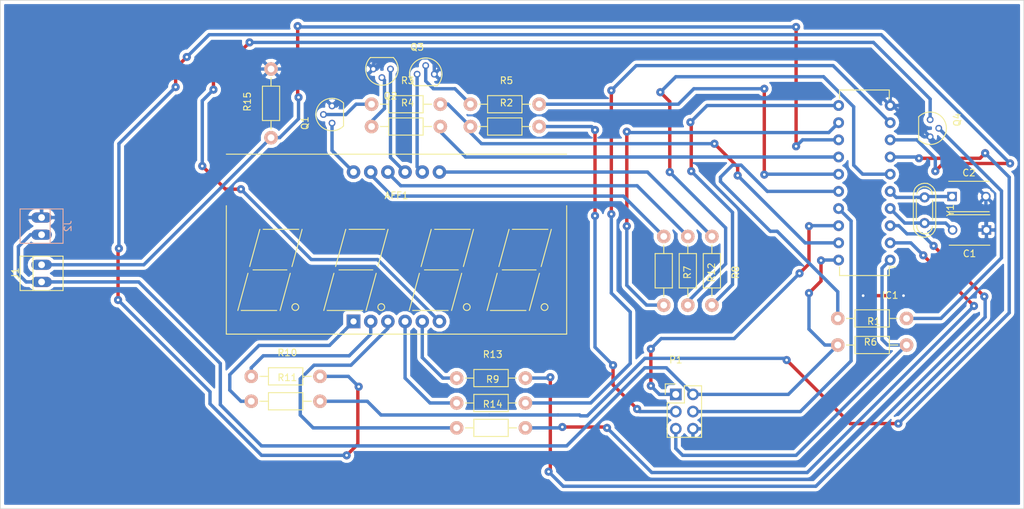
<source format=kicad_pcb>
(kicad_pcb (version 20211014) (generator pcbnew)
  (layers (0 "F.Cu" signal) (31 "B.Cu" signal) (34 "B.Paste" user) (35 "F.Paste" user) (36 "B.SilkS" user "B.Silkscreen") (37 "F.SilkS" user "F.Silkscreen") (38 "B.Mask" user) (39 "F.Mask" user) (44 "Edge.Cuts" user))
  (net 0 "")
  (net 1 "Net-(AFF1-Pad1)")
  (net 2 "Net-(AFF1-Pad2)")
  (net 3 "Net-(AFF1-Pad3)")
  (net 4 "Net-(AFF1-Pad4)")
  (net 5 "Net-(AFF1-Pad5)")
  (net 6 "Net-(AFF1-Pad6)")
  (net 7 "Net-(AFF1-Pad9)")
  (net 8 "Net-(AFF1-Pad8)")
  (net 9 "Net-(AFF1-Pad12)")
  (net 10 "Net-(AFF1-Pad11)")
  (net 11 "Net-(AFF1-Pad7)")
  (net 12 "Net-(AFF1-Pad10)")
  (net 13 "GND")
  (net 14 "Net-(C1-Pad2)")
  (net 15 "Net-(C2-Pad1)")
  (net 16 "Net-(IC1-Pad1)")
  (net 17 "Net-(IC1-Pad2)")
  (net 18 "Net-(IC1-Pad3)")
  (net 19 "Net-(IC1-Pad6)")
  (net 20 "Net-(IC1-Pad7)")
  (net 21 "Net-(IC1-Pad8)")
  (net 22 "Net-(IC1-Pad9)")
  (net 23 "Net-(IC1-Pad11)")
  (net 24 "Net-(IC1-Pad12)")
  (net 25 "Net-(IC1-Pad13)")
  (net 26 "Net-(IC1-Pad14)")
  (net 27 "Net-(IC1-Pad15)")
  (net 28 "Net-(IC1-Pad16)")
  (net 29 "Net-(IC1-Pad17)")
  (net 30 "Net-(IC1-Pad18)")
  (net 31 "Net-(IC1-Pad19)")
  (net 32 "VCC")
  (net 33 "Net-(P1-Pad3)")
  (net 34 "Net-(Q1-Pad2)")
  (net 35 "Net-(Q2-Pad2)")
  (net 36 "Net-(Q3-Pad2)")
  (net 37 "Net-(Q4-Pad2)")
  (footprint "Displays_7-Segment:Big-Cx56-12" (layer "F.Cu") (at 147.701 92.202)
    (fp_text reference "AFF1" (at 6.35 -18.62) (layer "F.SilkS"))
    (fp_text value "CC56-12")
    (pad "1" thru_hole rect locked (at 0 0) (size 2.032 2.032) (drill 0.9144) (layers *.Cu *.Mask) (net 1 "Net-(AFF1-Pad1)"))
    (pad "2" thru_hole circle locked (at 2.54 0) (size 2 2) (drill 1) (layers *.Cu *.Mask) (net 2 "Net-(AFF1-Pad2)"))
    (pad "3" thru_hole circle locked (at 5.08 0) (size 2 2) (drill 1) (layers *.Cu *.Mask) (net 3 "Net-(AFF1-Pad3)"))
    (pad "4" thru_hole circle locked (at 7.62 0) (size 2 2) (drill 1) (layers *.Cu *.Mask) (net 4 "Net-(AFF1-Pad4)"))
    (pad "5" thru_hole circle locked (at 10.16 0) (size 2 2) (drill 1) (layers *.Cu *.Mask) (net 5 "Net-(AFF1-Pad5)"))
    (pad "6" thru_hole circle locked (at 12.7 0) (size 2 2) (drill 1) (layers *.Cu *.Mask) (net 6 "Net-(AFF1-Pad6)"))
    (pad "7" thru_hole circle locked (at 12.7 -22.098) (size 2 2) (drill 1) (layers *.Cu *.Mask) (net 11 "Net-(AFF1-Pad7)"))
    (pad "8" thru_hole circle locked (at 10.16 -22.098) (size 2 2) (drill 1) (layers *.Cu *.Mask) (net 8 "Net-(AFF1-Pad8)"))
    (pad "9" thru_hole circle locked (at 7.62 -22.098) (size 2 2) (drill 1) (layers *.Cu *.Mask) (net 7 "Net-(AFF1-Pad9)"))
    (pad "10" thru_hole circle locked (at 5.08 -22.098) (size 2 2) (drill 1) (layers *.Cu *.Mask) (net 12 "Net-(AFF1-Pad10)"))
    (pad "11" thru_hole circle locked (at 2.54 -22.098) (size 2 2) (drill 1) (layers *.Cu *.Mask) (net 10 "Net-(AFF1-Pad11)"))
    (pad "12" thru_hole circle locked (at 0 -22.098) (size 2 2) (drill 1) (layers *.Cu *.Mask) (net 9 "Net-(AFF1-Pad12)"))
  )
  (footprint "Capacitors_THT:C_Disc_D6_P5" (layer "F.Cu") (at 241.2365 78.6765 180)
    (fp_text reference "C1" (at 2.5 -3.5 180) (layer "F.SilkS"))
    (fp_text value "22p")
    (pad "1" thru_hole rect locked (at 0 0 180) (size 1.4 1.4) (drill 0.9) (layers *.Cu *.Mask) (net 13 "GND"))
    (pad "2" thru_hole circle locked (at 5 0 180) (size 1.4 1.4) (drill 0.9) (layers *.Cu *.Mask) (net 14 "Net-(C1-Pad2)"))
  )
  (footprint "Capacitors_THT:C_Disc_D6_P5" (layer "F.Cu") (at 236.1565 73.7235)
    (fp_text reference "C2" (at 2.5 -3.5) (layer "F.SilkS"))
    (fp_text value "22p")
    (pad "1" thru_hole rect locked (at 0 0) (size 1.4 1.4) (drill 0.9) (layers *.Cu *.Mask) (net 15 "Net-(C2-Pad1)"))
    (pad "2" thru_hole circle locked (at 5 0) (size 1.4 1.4) (drill 0.9) (layers *.Cu *.Mask) (net 13 "GND"))
  )
  (footprint "Housings_DIP:DIP-20_W7.62mm" (layer "F.Cu") (at 227.0125 83.1215 180)
    (fp_text reference "IC1" (at 0 -5.22 180) (layer "F.SilkS"))
    (fp_text value "ATTINY2313-P")
    (pad "1" thru_hole oval locked (at 0 0 180) (size 1.6 1.6) (drill 0.8) (layers *.Cu *.Mask) (net 16 "Net-(IC1-Pad1)"))
    (pad "2" thru_hole oval locked (at 0 2.54 180) (size 1.6 1.6) (drill 0.8) (layers *.Cu *.Mask) (net 17 "Net-(IC1-Pad2)"))
    (pad "3" thru_hole oval locked (at 0 5.08 180) (size 1.6 1.6) (drill 0.8) (layers *.Cu *.Mask) (net 18 "Net-(IC1-Pad3)"))
    (pad "4" thru_hole oval locked (at 0 7.62 180) (size 1.6 1.6) (drill 0.8) (layers *.Cu *.Mask) (net 14 "Net-(C1-Pad2)"))
    (pad "5" thru_hole oval locked (at 0 10.16 180) (size 1.6 1.6) (drill 0.8) (layers *.Cu *.Mask) (net 15 "Net-(C2-Pad1)"))
    (pad "6" thru_hole oval locked (at 0 12.7 180) (size 1.6 1.6) (drill 0.8) (layers *.Cu *.Mask) (net 19 "Net-(IC1-Pad6)"))
    (pad "7" thru_hole oval locked (at 0 15.24 180) (size 1.6 1.6) (drill 0.8) (layers *.Cu *.Mask) (net 20 "Net-(IC1-Pad7)"))
    (pad "8" thru_hole oval locked (at 0 17.78 180) (size 1.6 1.6) (drill 0.8) (layers *.Cu *.Mask) (net 21 "Net-(IC1-Pad8)"))
    (pad "9" thru_hole oval locked (at 0 20.32 180) (size 1.6 1.6) (drill 0.8) (layers *.Cu *.Mask) (net 22 "Net-(IC1-Pad9)"))
    (pad "10" thru_hole oval locked (at 0 22.86 180) (size 1.6 1.6) (drill 0.8) (layers *.Cu *.Mask) (net 13 "GND"))
    (pad "11" thru_hole oval locked (at 7.62 22.86 180) (size 1.6 1.6) (drill 0.8) (layers *.Cu *.Mask) (net 23 "Net-(IC1-Pad11)"))
    (pad "12" thru_hole oval locked (at 7.62 20.32 180) (size 1.6 1.6) (drill 0.8) (layers *.Cu *.Mask) (net 24 "Net-(IC1-Pad12)"))
    (pad "13" thru_hole oval locked (at 7.62 17.78 180) (size 1.6 1.6) (drill 0.8) (layers *.Cu *.Mask) (net 25 "Net-(IC1-Pad13)"))
    (pad "14" thru_hole oval locked (at 7.62 15.24 180) (size 1.6 1.6) (drill 0.8) (layers *.Cu *.Mask) (net 26 "Net-(IC1-Pad14)"))
    (pad "15" thru_hole oval locked (at 7.62 12.7 180) (size 1.6 1.6) (drill 0.8) (layers *.Cu *.Mask) (net 27 "Net-(IC1-Pad15)"))
    (pad "16" thru_hole oval locked (at 7.62 10.16 180) (size 1.6 1.6) (drill 0.8) (layers *.Cu *.Mask) (net 28 "Net-(IC1-Pad16)"))
    (pad "17" thru_hole oval locked (at 7.62 7.62 180) (size 1.6 1.6) (drill 0.8) (layers *.Cu *.Mask) (net 29 "Net-(IC1-Pad17)"))
    (pad "18" thru_hole oval locked (at 7.62 5.08 180) (size 1.6 1.6) (drill 0.8) (layers *.Cu *.Mask) (net 30 "Net-(IC1-Pad18)"))
    (pad "19" thru_hole oval locked (at 7.62 2.54 180) (size 1.6 1.6) (drill 0.8) (layers *.Cu *.Mask) (net 31 "Net-(IC1-Pad19)"))
    (pad "20" thru_hole oval locked (at 7.62 0 180) (size 1.6 1.6) (drill 0.8) (layers *.Cu *.Mask) (net 32 "VCC"))
  )
  (footprint "Connectors:PINHEAD1-2" (layer "F.Cu") (at 101.6 85.09 90)
    (fp_text reference "J1" (at 0 -3.9 90) (layer "F.SilkS"))
    (fp_text value "Screw_Terminal_1x02")
    (pad "1" thru_hole oval locked (at -1.27 0 90) (size 1.50622 3.01498) (drill 0.99822) (layers *.Cu *.Mask) (net 32 "VCC"))
    (pad "2" thru_hole oval locked (at 1.27 0 90) (size 1.50622 3.01498) (drill 0.99822) (layers *.Cu *.Mask) (net 25 "Net-(IC1-Pad13)"))
  )
  (footprint "Pin_Headers:Pin_Header_Straight_2x03" (layer "F.Cu") (at 195.326 102.997)
    (fp_text reference "P1" (at 0 -5.1) (layer "F.SilkS"))
    (fp_text value "CONN_02X03")
    (pad "1" thru_hole rect locked (at 0 0) (size 1.7272 1.7272) (drill 1.016) (layers *.Cu *.Mask) (net 30 "Net-(IC1-Pad18)"))
    (pad "2" thru_hole oval locked (at 2.54 0) (size 1.7272 1.7272) (drill 1.016) (layers *.Cu *.Mask) (net 32 "VCC"))
    (pad "3" thru_hole oval locked (at 0 2.54) (size 1.7272 1.7272) (drill 1.016) (layers *.Cu *.Mask) (net 33 "Net-(P1-Pad3)"))
    (pad "4" thru_hole oval locked (at 2.54 2.54) (size 1.7272 1.7272) (drill 1.016) (layers *.Cu *.Mask) (net 29 "Net-(IC1-Pad17)"))
    (pad "5" thru_hole oval locked (at 0 5.08) (size 1.7272 1.7272) (drill 1.016) (layers *.Cu *.Mask) (net 16 "Net-(IC1-Pad1)"))
    (pad "6" thru_hole oval locked (at 2.54 5.08) (size 1.7272 1.7272) (drill 1.016) (layers *.Cu *.Mask) (net 13 "GND"))
  )
  (footprint "TO_SOT_Packages_THT:TO-92_Molded_Narrow" (layer "F.Cu") (at 144.526 62.865 90)
    (fp_text reference "Q1" (at 0 -4 90) (layer "F.SilkS"))
    (fp_text value "BC237")
    (pad "1" thru_hole circle locked (at 0 0 180) (size 1.00076 1.00076) (drill 0.6) (layers *.Cu *.Mask) (net 9 "Net-(AFF1-Pad12)"))
    (pad "2" thru_hole circle locked (at 1.27 -1.27 180) (size 1.00076 1.00076) (drill 0.6) (layers *.Cu *.Mask) (net 34 "Net-(Q1-Pad2)"))
    (pad "3" thru_hole circle locked (at 2.54 0 180) (size 1.00076 1.00076) (drill 0.6) (layers *.Cu *.Mask) (net 13 "GND"))
  )
  (footprint "TO_SOT_Packages_THT:TO-92_Molded_Narrow" (layer "F.Cu") (at 153.162 54.864 180)
    (fp_text reference "Q2" (at 0 -4 180) (layer "F.SilkS"))
    (fp_text value "BC237")
    (pad "1" thru_hole circle locked (at 0 0 270) (size 1.00076 1.00076) (drill 0.6) (layers *.Cu *.Mask) (net 7 "Net-(AFF1-Pad9)"))
    (pad "2" thru_hole circle locked (at 1.27 -1.27 270) (size 1.00076 1.00076) (drill 0.6) (layers *.Cu *.Mask) (net 35 "Net-(Q2-Pad2)"))
    (pad "3" thru_hole circle locked (at 2.54 0 270) (size 1.00076 1.00076) (drill 0.6) (layers *.Cu *.Mask) (net 13 "GND"))
  )
  (footprint "TO_SOT_Packages_THT:TO-92_Molded_Narrow" (layer "F.Cu") (at 157.099 55.626)
    (fp_text reference "Q3" (at 0 -4) (layer "F.SilkS"))
    (fp_text value "BC237")
    (pad "1" thru_hole circle locked (at 0 0 90) (size 1.00076 1.00076) (drill 0.6) (layers *.Cu *.Mask) (net 8 "Net-(AFF1-Pad8)"))
    (pad "2" thru_hole circle locked (at 1.27 -1.27 90) (size 1.00076 1.00076) (drill 0.6) (layers *.Cu *.Mask) (net 36 "Net-(Q3-Pad2)"))
    (pad "3" thru_hole circle locked (at 2.54 0 90) (size 1.00076 1.00076) (drill 0.6) (layers *.Cu *.Mask) (net 13 "GND"))
  )
  (footprint "TO_SOT_Packages_THT:TO-92_Molded_Narrow" (layer "F.Cu") (at 232.918 62.357 -90)
    (fp_text reference "Q4" (at 0 -4 -90) (layer "F.SilkS"))
    (fp_text value "BC237")
    (pad "1" thru_hole circle locked (at 0 0) (size 1.00076 1.00076) (drill 0.6) (layers *.Cu *.Mask) (net 6 "Net-(AFF1-Pad6)"))
    (pad "2" thru_hole circle locked (at 1.27 -1.27) (size 1.00076 1.00076) (drill 0.6) (layers *.Cu *.Mask) (net 37 "Net-(Q4-Pad2)"))
    (pad "3" thru_hole circle locked (at 2.54 0) (size 1.00076 1.00076) (drill 0.6) (layers *.Cu *.Mask) (net 13 "GND"))
  )
  (footprint "Resistors_THT:Resistor_Horizontal_RM10mm" (layer "F.Cu") (at 219.2655 95.6945)
    (fp_text reference "R1" (at 5.32892 -3.50012) (layer "F.SilkS"))
    (fp_text value "4k7")
    (pad "1" thru_hole circle locked (at 0 0) (size 1.99898 1.99898) (drill 1.00076) (layers *.Cu *.SilkS *.Mask) (net 32 "VCC"))
    (pad "2" thru_hole circle locked (at 10.16 0) (size 1.99898 1.99898) (drill 1.00076) (layers *.Cu *.SilkS *.Mask) (net 16 "Net-(IC1-Pad1)"))
  )
  (footprint "Resistors_THT:Resistor_Horizontal_RM10mm" (layer "F.Cu") (at 164.973 63.373)
    (fp_text reference "R2" (at 5.32892 -3.50012) (layer "F.SilkS"))
    (fp_text value "4k7")
    (pad "1" thru_hole circle locked (at 0 0) (size 1.99898 1.99898) (drill 1.00076) (layers *.Cu *.SilkS *.Mask) (net 31 "Net-(IC1-Pad19)"))
    (pad "2" thru_hole circle locked (at 10.16 0) (size 1.99898 1.99898) (drill 1.00076) (layers *.Cu *.SilkS *.Mask) (net 33 "Net-(P1-Pad3)"))
  )
  (footprint "Resistors_THT:Resistor_Horizontal_RM10mm" (layer "F.Cu") (at 150.368 60.071)
    (fp_text reference "R3" (at 5.32892 -3.50012) (layer "F.SilkS"))
    (fp_text value "22k")
    (pad "1" thru_hole circle locked (at 0 0) (size 1.99898 1.99898) (drill 1.00076) (layers *.Cu *.SilkS *.Mask) (net 34 "Net-(Q1-Pad2)"))
    (pad "2" thru_hole circle locked (at 10.16 0) (size 1.99898 1.99898) (drill 1.00076) (layers *.Cu *.SilkS *.Mask) (net 31 "Net-(IC1-Pad19)"))
  )
  (footprint "Resistors_THT:Resistor_Horizontal_RM10mm" (layer "F.Cu") (at 150.368 63.373)
    (fp_text reference "R4" (at 5.32892 -3.50012) (layer "F.SilkS"))
    (fp_text value "22k")
    (pad "1" thru_hole circle locked (at 0 0) (size 1.99898 1.99898) (drill 1.00076) (layers *.Cu *.SilkS *.Mask) (net 35 "Net-(Q2-Pad2)"))
    (pad "2" thru_hole circle locked (at 10.16 0) (size 1.99898 1.99898) (drill 1.00076) (layers *.Cu *.SilkS *.Mask) (net 26 "Net-(IC1-Pad14)"))
  )
  (footprint "Resistors_THT:Resistor_Horizontal_RM10mm" (layer "F.Cu") (at 164.973 60.071)
    (fp_text reference "R5" (at 5.32892 -3.50012) (layer "F.SilkS"))
    (fp_text value "22k")
    (pad "1" thru_hole circle locked (at 0 0) (size 1.99898 1.99898) (drill 1.00076) (layers *.Cu *.SilkS *.Mask) (net 36 "Net-(Q3-Pad2)"))
    (pad "2" thru_hole circle locked (at 10.16 0) (size 1.99898 1.99898) (drill 1.00076) (layers *.Cu *.SilkS *.Mask) (net 27 "Net-(IC1-Pad15)"))
  )
  (footprint "Resistors_THT:Resistor_Horizontal_RM10mm" (layer "F.Cu") (at 229.4255 91.7575 180)
    (fp_text reference "R6" (at 5.32892 -3.50012 180) (layer "F.SilkS"))
    (fp_text value "22k")
    (pad "1" thru_hole circle locked (at 0 0 180) (size 1.99898 1.99898) (drill 1.00076) (layers *.Cu *.SilkS *.Mask) (net 37 "Net-(Q4-Pad2)"))
    (pad "2" thru_hole circle locked (at 10.16 0 180) (size 1.99898 1.99898) (drill 1.00076) (layers *.Cu *.SilkS *.Mask) (net 28 "Net-(IC1-Pad16)"))
  )
  (footprint "Resistors_THT:Resistor_Horizontal_RM10mm" (layer "F.Cu") (at 193.548 79.629 -90)
    (fp_text reference "R7" (at 5.32892 -3.50012 -90) (layer "F.SilkS"))
    (fp_text value "180")
    (pad "1" thru_hole circle locked (at 0 0 270) (size 1.99898 1.99898) (drill 1.00076) (layers *.Cu *.SilkS *.Mask) (net 10 "Net-(AFF1-Pad11)"))
    (pad "2" thru_hole circle locked (at 10.16 0 270) (size 1.99898 1.99898) (drill 1.00076) (layers *.Cu *.SilkS *.Mask) (net 24 "Net-(IC1-Pad12)"))
  )
  (footprint "Resistors_THT:Resistor_Horizontal_RM10mm" (layer "F.Cu") (at 200.66 79.629 -90)
    (fp_text reference "R8" (at 5.32892 -3.50012 -90) (layer "F.SilkS"))
    (fp_text value "180")
    (pad "1" thru_hole circle locked (at 0 0 270) (size 1.99898 1.99898) (drill 1.00076) (layers *.Cu *.SilkS *.Mask) (net 11 "Net-(AFF1-Pad7)"))
    (pad "2" thru_hole circle locked (at 10.16 0 270) (size 1.99898 1.99898) (drill 1.00076) (layers *.Cu *.SilkS *.Mask) (net 23 "Net-(IC1-Pad11)"))
  )
  (footprint "Resistors_THT:Resistor_Horizontal_RM10mm" (layer "F.Cu") (at 162.941 104.267)
    (fp_text reference "R9" (at 5.32892 -3.50012) (layer "F.SilkS"))
    (fp_text value "180")
    (pad "1" thru_hole circle locked (at 0 0) (size 1.99898 1.99898) (drill 1.00076) (layers *.Cu *.SilkS *.Mask) (net 4 "Net-(AFF1-Pad4)"))
    (pad "2" thru_hole circle locked (at 10.16 0) (size 1.99898 1.99898) (drill 1.00076) (layers *.Cu *.SilkS *.Mask) (net 22 "Net-(IC1-Pad9)"))
  )
  (footprint "Resistors_THT:Resistor_Horizontal_RM10mm" (layer "F.Cu") (at 132.588 100.33)
    (fp_text reference "R10" (at 5.32892 -3.50012) (layer "F.SilkS"))
    (fp_text value "180")
    (pad "1" thru_hole circle locked (at 0 0) (size 1.99898 1.99898) (drill 1.00076) (layers *.Cu *.SilkS *.Mask) (net 2 "Net-(AFF1-Pad2)"))
    (pad "2" thru_hole circle locked (at 10.16 0) (size 1.99898 1.99898) (drill 1.00076) (layers *.Cu *.SilkS *.Mask) (net 21 "Net-(IC1-Pad8)"))
  )
  (footprint "Resistors_THT:Resistor_Horizontal_RM10mm" (layer "F.Cu") (at 132.588 104.013)
    (fp_text reference "R11" (at 5.32892 -3.50012) (layer "F.SilkS"))
    (fp_text value "180")
    (pad "1" thru_hole circle locked (at 0 0) (size 1.99898 1.99898) (drill 1.00076) (layers *.Cu *.SilkS *.Mask) (net 1 "Net-(AFF1-Pad1)"))
    (pad "2" thru_hole circle locked (at 10.16 0) (size 1.99898 1.99898) (drill 1.00076) (layers *.Cu *.SilkS *.Mask) (net 20 "Net-(IC1-Pad7)"))
  )
  (footprint "Resistors_THT:Resistor_Horizontal_RM10mm" (layer "F.Cu") (at 197.104 79.629 -90)
    (fp_text reference "R12" (at 5.32892 -3.50012 -90) (layer "F.SilkS"))
    (fp_text value "180")
    (pad "1" thru_hole circle locked (at 0 0 270) (size 1.99898 1.99898) (drill 1.00076) (layers *.Cu *.SilkS *.Mask) (net 12 "Net-(AFF1-Pad10)"))
    (pad "2" thru_hole circle locked (at 10.16 0 270) (size 1.99898 1.99898) (drill 1.00076) (layers *.Cu *.SilkS *.Mask) (net 19 "Net-(IC1-Pad6)"))
  )
  (footprint "Resistors_THT:Resistor_Horizontal_RM10mm" (layer "F.Cu") (at 162.941 100.584)
    (fp_text reference "R13" (at 5.32892 -3.50012) (layer "F.SilkS"))
    (fp_text value "180")
    (pad "1" thru_hole circle locked (at 0 0) (size 1.99898 1.99898) (drill 1.00076) (layers *.Cu *.SilkS *.Mask) (net 5 "Net-(AFF1-Pad5)"))
    (pad "2" thru_hole circle locked (at 10.16 0) (size 1.99898 1.99898) (drill 1.00076) (layers *.Cu *.SilkS *.Mask) (net 18 "Net-(IC1-Pad3)"))
  )
  (footprint "Resistors_THT:Resistor_Horizontal_RM10mm" (layer "F.Cu") (at 162.941 107.95)
    (fp_text reference "R14" (at 5.32892 -3.50012) (layer "F.SilkS"))
    (fp_text value "180")
    (pad "1" thru_hole circle locked (at 0 0) (size 1.99898 1.99898) (drill 1.00076) (layers *.Cu *.SilkS *.Mask) (net 3 "Net-(AFF1-Pad3)"))
    (pad "2" thru_hole circle locked (at 10.16 0) (size 1.99898 1.99898) (drill 1.00076) (layers *.Cu *.SilkS *.Mask) (net 17 "Net-(IC1-Pad2)"))
  )
  (footprint "Resistors_THT:Resistor_Horizontal_RM10mm" (layer "F.Cu") (at 135.509 65.024 90)
    (fp_text reference "R15" (at 5.32892 -3.50012 90) (layer "F.SilkS"))
    (fp_text value "1k")
    (pad "1" thru_hole circle locked (at 0 0 90) (size 1.99898 1.99898) (drill 1.00076) (layers *.Cu *.SilkS *.Mask) (net 25 "Net-(IC1-Pad13)"))
    (pad "2" thru_hole circle locked (at 10.16 0 90) (size 1.99898 1.99898) (drill 1.00076) (layers *.Cu *.SilkS *.Mask) (net 13 "GND"))
  )
  (footprint "Crystals:Crystal_HC52-U_Vertical" (layer "F.Cu") (at 232.0925 75.7555 -90)
    (fp_text reference "Y1" (at 0 -3.81 -90) (layer "F.SilkS"))
    (fp_text value "8 MHz")
    (pad "1" thru_hole circle locked (at -1.89992 0 270) (size 1.50114 1.50114) (drill 0.8001) (layers *.Cu *.Mask) (net 15 "Net-(C2-Pad1)"))
    (pad "2" thru_hole circle locked (at 1.89992 0 270) (size 1.50114 1.50114) (drill 0.8001) (layers *.Cu *.Mask) (net 14 "Net-(C1-Pad2)"))
  )
  (footprint "Connectors:PINHEAD1-2" (layer "B.Cu") (at 101.6 78.105 90)
    (fp_text reference "J2" (at 0 3.9 90) (layer "B.SilkS") (effects (justify mirror)))
    (fp_text value "Screw_Terminal_1x02")
    (pad "1" thru_hole oval locked (at -1.27 0 90) (size 1.50622 3.01498) (drill 0.99822) (layers *.Cu *.Mask) (net 32 "VCC"))
    (pad "2" thru_hole oval locked (at 1.27 0 90) (size 1.50622 3.01498) (drill 0.99822) (layers *.Cu *.Mask) (net 13 "GND"))
  )
  (gr_line (start 95.504 119.888) (end 95.504 44.704) (layer "Edge.Cuts") (width 0.1))
  (gr_line (start 246.761 119.888) (end 95.504 119.888) (layer "Edge.Cuts") (width 0.1))
  (gr_line (start 95.504 44.704) (end 246.761 44.704) (layer "Edge.Cuts") (width 0.1))
  (gr_line (start 246.761 44.704) (end 246.761 119.888) (layer "Edge.Cuts") (width 0.1))
  (segment (start 131.064 104.013) (end 129.413 102.362) (width 0.5) (layer "B.Cu") (net 1))
  (segment (start 129.413 102.362) (end 129.413 100.076) (width 0.5) (layer "B.Cu") (net 1))
  (segment (start 129.413 100.076) (end 133.731 95.758) (width 0.5) (layer "B.Cu") (net 1))
  (segment (start 133.731 95.758) (end 144.145 95.758) (width 0.5) (layer "B.Cu") (net 1))
  (segment (start 144.145 95.758) (end 147.701 92.202) (width 0.5) (layer "B.Cu") (net 1))
  (segment (start 132.588 104.013) (end 131.064 104.013) (width 0.5) (layer "B.Cu") (net 1))
  (segment (start 132.588 99.06) (end 134.366 97.282) (width 0.5) (layer "B.Cu") (net 2))
  (segment (start 134.366 97.282) (end 147.066 97.282) (width 0.5) (layer "B.Cu") (net 2))
  (segment (start 147.066 97.282) (end 150.241 94.107) (width 0.5) (layer "B.Cu") (net 2))
  (segment (start 150.241 94.107) (end 150.241 92.202) (width 0.5) (layer "B.Cu") (net 2))
  (segment (start 132.588 100.33) (end 132.588 99.06) (width 0.5) (layer "B.Cu") (net 2))
  (segment (start 141.732 107.95) (end 139.827 106.045) (width 0.5) (layer "B.Cu") (net 3))
  (segment (start 139.827 106.045) (end 139.827 100.711) (width 0.5) (layer "B.Cu") (net 3))
  (segment (start 139.827 100.711) (end 141.859 98.679) (width 0.5) (layer "B.Cu") (net 3))
  (segment (start 141.859 98.679) (end 147.32 98.679) (width 0.5) (layer "B.Cu") (net 3))
  (segment (start 147.32 98.679) (end 152.781 93.218) (width 0.5) (layer "B.Cu") (net 3))
  (segment (start 152.781 93.218) (end 152.781 92.202) (width 0.5) (layer "B.Cu") (net 3))
  (segment (start 162.941 107.95) (end 141.732 107.95) (width 0.5) (layer "B.Cu") (net 3))
  (segment (start 159.004 104.267) (end 155.321 100.584) (width 0.5) (layer "B.Cu") (net 4))
  (segment (start 155.321 100.584) (end 155.321 92.202) (width 0.5) (layer "B.Cu") (net 4))
  (segment (start 162.941 104.267) (end 159.004 104.267) (width 0.5) (layer "B.Cu") (net 4))
  (segment (start 160.909 100.584) (end 157.861 97.536) (width 0.5) (layer "B.Cu") (net 5))
  (segment (start 157.861 97.536) (end 157.861 92.202) (width 0.5) (layer "B.Cu") (net 5))
  (segment (start 162.941 100.584) (end 160.909 100.584) (width 0.5) (layer "B.Cu") (net 5))
  (segment (start 132.334 50.927) (end 127 56.261) (width 0.5) (layer "F.Cu") (net 6))
  (segment (start 127 56.261) (end 127 57.912) (width 0.5) (layer "F.Cu") (net 6))
  (segment (start 125.349 69.215) (end 128.778 72.644) (width 0.5) (layer "F.Cu") (net 6))
  (segment (start 128.778 72.644) (end 131.064 72.644) (width 0.5) (layer "F.Cu") (net 6))
  (via (at 131.064 72.644) (size 1.2) (drill 0.4) (layers "F.Cu" "B.Cu") (net 6))
  (via (at 125.349 69.215) (size 1.2) (drill 0.4) (layers "F.Cu" "B.Cu") (net 6))
  (via (at 127 57.912) (size 1.2) (drill 0.4) (layers "F.Cu" "B.Cu") (net 6))
  (via (at 132.334 50.927) (size 1.2) (drill 0.4) (layers "F.Cu" "B.Cu") (net 6))
  (segment (start 232.918 59.309) (end 224.536 50.927) (width 0.5) (layer "B.Cu") (net 6))
  (segment (start 224.536 50.927) (end 132.334 50.927) (width 0.5) (layer "B.Cu") (net 6))
  (segment (start 127 57.912) (end 125.349 59.563) (width 0.5) (layer "B.Cu") (net 6))
  (segment (start 125.349 59.563) (end 125.349 69.215) (width 0.5) (layer "B.Cu") (net 6))
  (segment (start 131.064 72.644) (end 141.478 83.058) (width 0.5) (layer "B.Cu") (net 6))
  (segment (start 141.478 83.058) (end 151.257 83.058) (width 0.5) (layer "B.Cu") (net 6))
  (segment (start 151.257 83.058) (end 160.401 92.202) (width 0.5) (layer "B.Cu") (net 6))
  (segment (start 232.918 62.357) (end 232.918 59.309) (width 0.5) (layer "B.Cu") (net 6))
  (segment (start 153.162 67.945) (end 155.321 70.104) (width 0.5) (layer "B.Cu") (net 7))
  (segment (start 153.162 54.864) (end 153.162 67.945) (width 0.5) (layer "B.Cu") (net 7))
  (segment (start 157.099 69.342) (end 157.861 70.104) (width 0.5) (layer "B.Cu") (net 8))
  (segment (start 157.099 55.626) (end 157.099 69.342) (width 0.5) (layer "B.Cu") (net 8))
  (segment (start 144.526 66.929) (end 147.701 70.104) (width 0.5) (layer "B.Cu") (net 9))
  (segment (start 144.526 62.865) (end 144.526 66.929) (width 0.5) (layer "B.Cu") (net 9))
  (segment (start 150.241 70.485) (end 153.416 73.66) (width 0.5) (layer "B.Cu") (net 10))
  (segment (start 153.416 73.66) (end 187.579 73.66) (width 0.5) (layer "B.Cu") (net 10))
  (segment (start 187.579 73.66) (end 193.548 79.629) (width 0.5) (layer "B.Cu") (net 10))
  (segment (start 150.241 70.104) (end 150.241 70.485) (width 0.5) (layer "B.Cu") (net 10))
  (segment (start 191.135 70.104) (end 200.66 79.629) (width 0.5) (layer "B.Cu") (net 11))
  (segment (start 160.401 70.104) (end 191.135 70.104) (width 0.5) (layer "B.Cu") (net 11))
  (segment (start 152.781 70.231) (end 154.686 72.136) (width 0.5) (layer "B.Cu") (net 12))
  (segment (start 154.686 72.136) (end 189.611 72.136) (width 0.5) (layer "B.Cu") (net 12))
  (segment (start 189.611 72.136) (end 197.104 79.629) (width 0.5) (layer "B.Cu") (net 12))
  (segment (start 152.781 70.104) (end 152.781 70.231) (width 0.5) (layer "B.Cu") (net 12))
  (segment (start 223.012 88.392) (end 228.981 88.392) (width 0.5) (layer "F.Cu") (net 13))
  (via (at 223.012 88.392) (size 1.2) (drill 0.4) (layers "F.Cu" "B.Cu") (net 13))
  (via (at 228.981 88.392) (size 1.2) (drill 0.4) (layers "F.Cu" "B.Cu") (net 13))
  (segment (start 101.6 73.406) (end 120.142 54.864) (width 0.5) (layer "B.Cu") (net 13))
  (segment (start 120.142 54.864) (end 135.509 54.864) (width 0.5) (layer "B.Cu") (net 13))
  (segment (start 139.065 54.864) (end 144.526 60.325) (width 0.5) (layer "B.Cu") (net 13))
  (segment (start 145.161 60.325) (end 150.622 54.864) (width 0.5) (layer "B.Cu") (net 13))
  (segment (start 150.622 54.102) (end 152.273 52.451) (width 0.5) (layer "B.Cu") (net 13))
  (segment (start 152.273 52.451) (end 219.202 52.451) (width 0.5) (layer "B.Cu") (net 13))
  (segment (start 219.202 52.451) (end 227.0125 60.2615) (width 0.5) (layer "B.Cu") (net 13))
  (segment (start 159.639 54.102) (end 158.75 53.213) (width 0.5) (layer "B.Cu") (net 13))
  (segment (start 158.75 53.213) (end 152.781 53.213) (width 0.5) (layer "B.Cu") (net 13))
  (segment (start 152.781 53.213) (end 151.13 54.864) (width 0.5) (layer "B.Cu") (net 13))
  (segment (start 151.13 54.864) (end 150.622 54.864) (width 0.5) (layer "B.Cu") (net 13))
  (segment (start 241.1565 78.5965) (end 241.2365 78.6765) (width 0.5) (layer "B.Cu") (net 13))
  (segment (start 232.918 65.485) (end 241.1565 73.7235) (width 0.5) (layer "B.Cu") (net 13))
  (segment (start 232.029 64.897) (end 227.3935 60.2615) (width 0.5) (layer "B.Cu") (net 13))
  (segment (start 227.3935 60.2615) (end 227.0125 60.2615) (width 0.5) (layer "B.Cu") (net 13))
  (segment (start 213.106 108.077) (end 223.012 98.171) (width 0.5) (layer "B.Cu") (net 13))
  (segment (start 223.012 98.171) (end 223.012 88.392) (width 0.5) (layer "B.Cu") (net 13))
  (segment (start 228.981 88.392) (end 238.6965 78.6765) (width 0.5) (layer "B.Cu") (net 13))
  (segment (start 238.6965 78.6765) (end 241.2365 78.6765) (width 0.5) (layer "B.Cu") (net 13))
  (segment (start 232.918 64.897) (end 232.029 64.897) (width 0.5) (layer "B.Cu") (net 13))
  (segment (start 101.6 76.835) (end 101.6 73.406) (width 0.5) (layer "B.Cu") (net 13))
  (segment (start 159.639 55.626) (end 159.639 54.102) (width 0.5) (layer "B.Cu") (net 13))
  (segment (start 232.918 64.897) (end 232.918 65.485) (width 0.5) (layer "B.Cu") (net 13))
  (segment (start 150.622 54.864) (end 150.622 54.102) (width 0.5) (layer "B.Cu") (net 13))
  (segment (start 241.1565 73.7235) (end 241.1565 78.5965) (width 0.5) (layer "B.Cu") (net 13))
  (segment (start 135.509 54.864) (end 139.065 54.864) (width 0.5) (layer "B.Cu") (net 13))
  (segment (start 197.866 108.077) (end 213.106 108.077) (width 0.5) (layer "B.Cu") (net 13))
  (segment (start 144.526 60.325) (end 145.161 60.325) (width 0.5) (layer "B.Cu") (net 13))
  (segment (start 229.16642 77.65542) (end 227.0125 75.5015) (width 0.5) (layer "B.Cu") (net 14))
  (segment (start 235.21542 77.65542) (end 236.2365 78.6765) (width 0.5) (layer "B.Cu") (net 14))
  (segment (start 232.0925 77.65542) (end 235.21542 77.65542) (width 0.5) (layer "B.Cu") (net 14))
  (segment (start 232.0925 77.65542) (end 229.16642 77.65542) (width 0.5) (layer "B.Cu") (net 14))
  (segment (start 232.22458 73.7235) (end 232.0925 73.85558) (width 0.5) (layer "B.Cu") (net 15))
  (segment (start 227.90658 73.85558) (end 227.0125 72.9615) (width 0.5) (layer "B.Cu") (net 15))
  (segment (start 236.1565 73.7235) (end 232.22458 73.7235) (width 0.5) (layer "B.Cu") (net 15))
  (segment (start 232.0925 73.85558) (end 227.90658 73.85558) (width 0.5) (layer "B.Cu") (net 15))
  (segment (start 226.6315 95.6945) (end 225.806 94.869) (width 0.5) (layer "B.Cu") (net 16))
  (segment (start 225.806 94.869) (end 225.806 84.328) (width 0.5) (layer "B.Cu") (net 16))
  (segment (start 225.806 84.328) (end 227.0125 83.1215) (width 0.5) (layer "B.Cu") (net 16))
  (segment (start 195.326 110.998) (end 196.342 112.014) (width 0.5) (layer "B.Cu") (net 16))
  (segment (start 196.342 112.014) (end 213.106 112.014) (width 0.5) (layer "B.Cu") (net 16))
  (segment (start 213.106 112.014) (end 229.4255 95.6945) (width 0.5) (layer "B.Cu") (net 16))
  (segment (start 229.4255 95.6945) (end 226.6315 95.6945) (width 0.5) (layer "B.Cu") (net 16))
  (segment (start 195.326 108.077) (end 195.326 110.998) (width 0.5) (layer "B.Cu") (net 16))
  (segment (start 231.902 82.423) (end 239.395 89.916) (width 0.5) (layer "F.Cu") (net 17))
  (segment (start 185.166 107.95) (end 185.039 107.823) (width 0.5) (layer "F.Cu") (net 17))
  (segment (start 185.039 107.823) (end 178.562 107.823) (width 0.5) (layer "F.Cu") (net 17))
  (via (at 185.166 107.95) (size 1.2) (drill 0.4) (layers "F.Cu" "B.Cu") (net 17))
  (via (at 239.395 89.916) (size 1.2) (drill 0.4) (layers "F.Cu" "B.Cu") (net 17))
  (via (at 178.562 107.823) (size 1.2) (drill 0.4) (layers "F.Cu" "B.Cu") (net 17))
  (via (at 231.902 82.423) (size 1.2) (drill 0.4) (layers "F.Cu" "B.Cu") (net 17))
  (segment (start 230.0605 80.5815) (end 231.902 82.423) (width 0.5) (layer "B.Cu") (net 17))
  (segment (start 239.395 89.916) (end 214.757 114.554) (width 0.5) (layer "B.Cu") (net 17))
  (segment (start 214.757 114.554) (end 191.77 114.554) (width 0.5) (layer "B.Cu") (net 17))
  (segment (start 191.77 114.554) (end 185.166 107.95) (width 0.5) (layer "B.Cu") (net 17))
  (segment (start 178.562 107.823) (end 178.435 107.95) (width 0.5) (layer "B.Cu") (net 17))
  (segment (start 178.435 107.95) (end 173.101 107.95) (width 0.5) (layer "B.Cu") (net 17))
  (segment (start 227.0125 80.5815) (end 230.0605 80.5815) (width 0.5) (layer "B.Cu") (net 17))
  (segment (start 233.426 81.026) (end 240.919 88.519) (width 0.5) (layer "F.Cu") (net 18))
  (segment (start 176.53 114.427) (end 176.784 114.173) (width 0.5) (layer "F.Cu") (net 18))
  (segment (start 176.784 114.173) (end 176.784 100.457) (width 0.5) (layer "F.Cu") (net 18))
  (via (at 233.426 81.026) (size 1.2) (drill 0.4) (layers "F.Cu" "B.Cu") (net 18))
  (via (at 176.53 114.427) (size 1.2) (drill 0.4) (layers "F.Cu" "B.Cu") (net 18))
  (via (at 240.919 88.519) (size 1.2) (drill 0.4) (layers "F.Cu" "B.Cu") (net 18))
  (via (at 176.784 100.457) (size 1.2) (drill 0.4) (layers "F.Cu" "B.Cu") (net 18))
  (segment (start 228.2825 78.0415) (end 229.489 79.248) (width 0.5) (layer "B.Cu") (net 18))
  (segment (start 229.489 79.248) (end 231.648 79.248) (width 0.5) (layer "B.Cu") (net 18))
  (segment (start 231.648 79.248) (end 233.426 81.026) (width 0.5) (layer "B.Cu") (net 18))
  (segment (start 240.919 88.519) (end 241.046 88.646) (width 0.5) (layer "B.Cu") (net 18))
  (segment (start 241.046 88.646) (end 241.046 91.567) (width 0.5) (layer "B.Cu") (net 18))
  (segment (start 241.046 91.567) (end 216.027 116.586) (width 0.5) (layer "B.Cu") (net 18))
  (segment (start 216.027 116.586) (end 178.689 116.586) (width 0.5) (layer "B.Cu") (net 18))
  (segment (start 178.689 116.586) (end 176.53 114.427) (width 0.5) (layer "B.Cu") (net 18))
  (segment (start 176.784 100.457) (end 176.657 100.584) (width 0.5) (layer "B.Cu") (net 18))
  (segment (start 176.657 100.584) (end 173.101 100.584) (width 0.5) (layer "B.Cu") (net 18))
  (segment (start 227.0125 78.0415) (end 228.2825 78.0415) (width 0.5) (layer "B.Cu") (net 18))
  (segment (start 193.04 58.293) (end 194.437 59.69) (width 0.5) (layer "F.Cu") (net 19))
  (segment (start 194.437 59.69) (end 194.437 70.104) (width 0.5) (layer "F.Cu") (net 19))
  (via (at 194.437 70.104) (size 1.2) (drill 0.4) (layers "F.Cu" "B.Cu") (net 19))
  (via (at 193.04 58.293) (size 1.2) (drill 0.4) (layers "F.Cu" "B.Cu") (net 19))
  (segment (start 222.9485 70.4215) (end 221.615 69.088) (width 0.5) (layer "B.Cu") (net 19))
  (segment (start 221.615 69.088) (end 221.615 60.452) (width 0.5) (layer "B.Cu") (net 19))
  (segment (start 221.615 60.452) (end 217.17 56.007) (width 0.5) (layer "B.Cu") (net 19))
  (segment (start 217.17 56.007) (end 195.326 56.007) (width 0.5) (layer "B.Cu") (net 19))
  (segment (start 195.326 56.007) (end 193.04 58.293) (width 0.5) (layer "B.Cu") (net 19))
  (segment (start 194.437 70.104) (end 202.692 78.359) (width 0.5) (layer "B.Cu") (net 19))
  (segment (start 202.692 78.359) (end 202.692 83.693) (width 0.5) (layer "B.Cu") (net 19))
  (segment (start 202.692 83.693) (end 197.104 89.281) (width 0.5) (layer "B.Cu") (net 19))
  (segment (start 197.104 89.281) (end 197.104 89.789) (width 0.5) (layer "B.Cu") (net 19))
  (segment (start 227.0125 70.4215) (end 222.9485 70.4215) (width 0.5) (layer "B.Cu") (net 19))
  (segment (start 211.709 97.917) (end 221.107 107.315) (width 0.5) (layer "F.Cu") (net 20))
  (segment (start 221.107 107.315) (end 228.219 107.315) (width 0.5) (layer "F.Cu") (net 20))
  (segment (start 241.046 67.31) (end 240.284 68.072) (width 0.5) (layer "F.Cu") (net 20))
  (segment (start 240.284 68.072) (end 231.267 68.072) (width 0.5) (layer "F.Cu") (net 20))
  (via (at 228.219 107.315) (size 1.2) (drill 0.4) (layers "F.Cu" "B.Cu") (net 20))
  (via (at 241.046 67.31) (size 1.2) (drill 0.4) (layers "F.Cu" "B.Cu") (net 20))
  (via (at 211.709 97.917) (size 1.2) (drill 0.4) (layers "F.Cu" "B.Cu") (net 20))
  (via (at 231.267 68.072) (size 1.2) (drill 0.4) (layers "F.Cu" "B.Cu") (net 20))
  (segment (start 149.733 104.013) (end 151.765 106.045) (width 0.5) (layer "B.Cu") (net 20))
  (segment (start 151.765 106.045) (end 167.767 106.045) (width 0.5) (layer "B.Cu") (net 20))
  (segment (start 167.767 106.045) (end 177.927 106.045) (width 0.5) (layer "B.Cu") (net 20))
  (segment (start 177.927 106.045) (end 181.102 106.045) (width 0.5) (layer "B.Cu") (net 20))
  (segment (start 181.102 106.045) (end 181.229 106.172) (width 0.5) (layer "B.Cu") (net 20))
  (segment (start 181.229 106.172) (end 182.245 106.172) (width 0.5) (layer "B.Cu") (net 20))
  (segment (start 182.245 106.172) (end 190.754 97.663) (width 0.5) (layer "B.Cu") (net 20))
  (segment (start 190.754 97.663) (end 211.455 97.663) (width 0.5) (layer "B.Cu") (net 20))
  (segment (start 211.455 97.663) (end 211.709 97.917) (width 0.5) (layer "B.Cu") (net 20))
  (segment (start 228.219 107.315) (end 244.602 90.932) (width 0.5) (layer "B.Cu") (net 20))
  (segment (start 244.602 90.932) (end 244.602 70.866) (width 0.5) (layer "B.Cu") (net 20))
  (segment (start 244.602 70.866) (end 241.046 67.31) (width 0.5) (layer "B.Cu") (net 20))
  (segment (start 231.267 68.072) (end 231.0765 67.8815) (width 0.5) (layer "B.Cu") (net 20))
  (segment (start 231.0765 67.8815) (end 227.0125 67.8815) (width 0.5) (layer "B.Cu") (net 20))
  (segment (start 142.748 104.013) (end 149.733 104.013) (width 0.5) (layer "B.Cu") (net 20))
  (segment (start 233.68 69.977) (end 234.823 68.834) (width 0.5) (layer "F.Cu") (net 21))
  (segment (start 234.823 68.834) (end 244.729 68.834) (width 0.5) (layer "F.Cu") (net 21))
  (segment (start 123.063 53.086) (end 121.412 54.737) (width 0.5) (layer "F.Cu") (net 21))
  (segment (start 121.412 54.737) (end 121.412 57.531) (width 0.5) (layer "F.Cu") (net 21))
  (segment (start 113.03 81.407) (end 112.903 81.534) (width 0.5) (layer "F.Cu") (net 21))
  (segment (start 112.903 81.534) (end 112.903 89.027) (width 0.5) (layer "F.Cu") (net 21))
  (segment (start 146.685 112.014) (end 148.336 110.363) (width 0.5) (layer "F.Cu") (net 21))
  (segment (start 148.336 110.363) (end 148.336 101.981) (width 0.5) (layer "F.Cu") (net 21))
  (segment (start 148.336 101.981) (end 148.463 101.854) (width 0.5) (layer "F.Cu") (net 21))
  (via (at 123.063 53.086) (size 1.2) (drill 0.4) (layers "F.Cu" "B.Cu") (net 21))
  (via (at 121.412 57.531) (size 1.2) (drill 0.4) (layers "F.Cu" "B.Cu") (net 21))
  (via (at 244.729 68.834) (size 1.2) (drill 0.4) (layers "F.Cu" "B.Cu") (net 21))
  (via (at 112.903 89.027) (size 1.2) (drill 0.4) (layers "F.Cu" "B.Cu") (net 21))
  (via (at 148.463 101.854) (size 1.2) (drill 0.4) (layers "F.Cu" "B.Cu") (net 21))
  (via (at 146.685 112.014) (size 1.2) (drill 0.4) (layers "F.Cu" "B.Cu") (net 21))
  (via (at 113.03 81.407) (size 1.2) (drill 0.4) (layers "F.Cu" "B.Cu") (net 21))
  (via (at 233.68 69.977) (size 1.2) (drill 0.4) (layers "F.Cu" "B.Cu") (net 21))
  (segment (start 230.9495 65.3415) (end 233.68 68.072) (width 0.5) (layer "B.Cu") (net 21))
  (segment (start 233.68 68.072) (end 233.68 69.977) (width 0.5) (layer "B.Cu") (net 21))
  (segment (start 244.729 68.834) (end 225.679 49.784) (width 0.5) (layer "B.Cu") (net 21))
  (segment (start 225.679 49.784) (end 126.365 49.784) (width 0.5) (layer "B.Cu") (net 21))
  (segment (start 126.365 49.784) (end 123.063 53.086) (width 0.5) (layer "B.Cu") (net 21))
  (segment (start 121.412 57.531) (end 113.03 65.913) (width 0.5) (layer "B.Cu") (net 21))
  (segment (start 113.03 65.913) (end 113.03 81.407) (width 0.5) (layer "B.Cu") (net 21))
  (segment (start 112.903 89.027) (end 126.492 102.616) (width 0.5) (layer "B.Cu") (net 21))
  (segment (start 126.492 102.616) (end 126.492 104.394) (width 0.5) (layer "B.Cu") (net 21))
  (segment (start 126.492 104.394) (end 134.112 112.014) (width 0.5) (layer "B.Cu") (net 21))
  (segment (start 134.112 112.014) (end 146.685 112.014) (width 0.5) (layer "B.Cu") (net 21))
  (segment (start 148.463 101.854) (end 146.939 100.33) (width 0.5) (layer "B.Cu") (net 21))
  (segment (start 146.939 100.33) (end 142.748 100.33) (width 0.5) (layer "B.Cu") (net 21))
  (segment (start 227.0125 65.3415) (end 230.9495 65.3415) (width 0.5) (layer "B.Cu") (net 21))
  (segment (start 185.801 76.327) (end 185.801 58.039) (width 0.5) (layer "F.Cu") (net 22))
  (via (at 185.801 76.327) (size 1.2) (drill 0.4) (layers "F.Cu" "B.Cu") (net 22))
  (via (at 185.801 58.039) (size 1.2) (drill 0.4) (layers "F.Cu" "B.Cu") (net 22))
  (segment (start 182.753 104.267) (end 188.595 98.425) (width 0.5) (layer "B.Cu") (net 22))
  (segment (start 188.595 98.425) (end 188.595 90.805) (width 0.5) (layer "B.Cu") (net 22))
  (segment (start 188.595 90.805) (end 185.801 88.011) (width 0.5) (layer "B.Cu") (net 22))
  (segment (start 185.801 88.011) (end 185.801 76.327) (width 0.5) (layer "B.Cu") (net 22))
  (segment (start 185.801 58.039) (end 189.484 54.356) (width 0.5) (layer "B.Cu") (net 22))
  (segment (start 189.484 54.356) (end 218.567 54.356) (width 0.5) (layer "B.Cu") (net 22))
  (segment (start 218.567 54.356) (end 227.0125 62.8015) (width 0.5) (layer "B.Cu") (net 22))
  (segment (start 173.101 104.267) (end 182.753 104.267) (width 0.5) (layer "B.Cu") (net 22))
  (segment (start 197.485 62.738) (end 197.612 62.865) (width 0.5) (layer "F.Cu") (net 23))
  (segment (start 197.612 62.865) (end 197.612 69.977) (width 0.5) (layer "F.Cu") (net 23))
  (via (at 197.612 69.977) (size 1.2) (drill 0.4) (layers "F.Cu" "B.Cu") (net 23))
  (via (at 197.485 62.738) (size 1.2) (drill 0.4) (layers "F.Cu" "B.Cu") (net 23))
  (segment (start 199.9615 60.2615) (end 197.485 62.738) (width 0.5) (layer "B.Cu") (net 23))
  (segment (start 197.612 69.977) (end 203.708 76.073) (width 0.5) (layer "B.Cu") (net 23))
  (segment (start 203.708 76.073) (end 203.708 86.741) (width 0.5) (layer "B.Cu") (net 23))
  (segment (start 203.708 86.741) (end 200.66 89.789) (width 0.5) (layer "B.Cu") (net 23))
  (segment (start 219.3925 60.2615) (end 199.9615 60.2615) (width 0.5) (layer "B.Cu") (net 23))
  (segment (start 188.087 78.105) (end 188.087 64.135) (width 0.5) (layer "F.Cu") (net 24))
  (via (at 188.087 78.105) (size 1.2) (drill 0.4) (layers "F.Cu" "B.Cu") (net 24))
  (via (at 188.087 64.135) (size 1.2) (drill 0.4) (layers "F.Cu" "B.Cu") (net 24))
  (segment (start 191.008 89.789) (end 188.087 86.868) (width 0.5) (layer "B.Cu") (net 24))
  (segment (start 188.087 86.868) (end 188.087 78.105) (width 0.5) (layer "B.Cu") (net 24))
  (segment (start 188.087 64.135) (end 188.214 64.262) (width 0.5) (layer "B.Cu") (net 24))
  (segment (start 188.214 64.262) (end 217.932 64.262) (width 0.5) (layer "B.Cu") (net 24))
  (segment (start 217.932 64.262) (end 219.3925 62.8015) (width 0.5) (layer "B.Cu") (net 24))
  (segment (start 193.548 89.789) (end 191.008 89.789) (width 0.5) (layer "B.Cu") (net 24))
  (segment (start 139.573 59.055) (end 139.446 58.928) (width 0.5) (layer "F.Cu") (net 25))
  (segment (start 139.446 58.928) (end 139.446 48.514) (width 0.5) (layer "F.Cu") (net 25))
  (segment (start 213.106 48.641) (end 213.106 66.294) (width 0.5) (layer "F.Cu") (net 25))
  (via (at 213.106 48.641) (size 1.2) (drill 0.4) (layers "F.Cu" "B.Cu") (net 25))
  (via (at 139.446 48.514) (size 1.2) (drill 0.4) (layers "F.Cu" "B.Cu") (net 25))
  (via (at 213.106 66.294) (size 1.2) (drill 0.4) (layers "F.Cu" "B.Cu") (net 25))
  (via (at 139.573 59.055) (size 1.2) (drill 0.4) (layers "F.Cu" "B.Cu") (net 25))
  (segment (start 116.713 83.82) (end 135.509 65.024) (width 0.5) (layer "B.Cu") (net 25))
  (segment (start 136.779 65.024) (end 139.573 62.23) (width 0.5) (layer "B.Cu") (net 25))
  (segment (start 139.573 62.23) (end 139.573 59.055) (width 0.5) (layer "B.Cu") (net 25))
  (segment (start 139.446 48.514) (end 139.573 48.641) (width 0.5) (layer "B.Cu") (net 25))
  (segment (start 139.573 48.641) (end 213.106 48.641) (width 0.5) (layer "B.Cu") (net 25))
  (segment (start 213.106 66.294) (end 214.0585 65.3415) (width 0.5) (layer "B.Cu") (net 25))
  (segment (start 214.0585 65.3415) (end 219.3925 65.3415) (width 0.5) (layer "B.Cu") (net 25))
  (segment (start 101.6 83.82) (end 116.713 83.82) (width 0.5) (layer "B.Cu") (net 25))
  (segment (start 135.509 65.024) (end 136.779 65.024) (width 0.5) (layer "B.Cu") (net 25))
  (segment (start 160.528 64.135) (end 164.2745 67.8815) (width 0.5) (layer "B.Cu") (net 26))
  (segment (start 164.2745 67.8815) (end 219.3925 67.8815) (width 0.5) (layer "B.Cu") (net 26))
  (segment (start 160.528 63.373) (end 160.528 64.135) (width 0.5) (layer "B.Cu") (net 26))
  (segment (start 208.407 57.785) (end 208.407 70.485) (width 0.5) (layer "F.Cu") (net 27))
  (via (at 208.407 57.785) (size 1.2) (drill 0.4) (layers "F.Cu" "B.Cu") (net 27))
  (via (at 208.407 70.485) (size 1.2) (drill 0.4) (layers "F.Cu" "B.Cu") (net 27))
  (segment (start 195.707 60.071) (end 197.993 57.785) (width 0.5) (layer "B.Cu") (net 27))
  (segment (start 197.993 57.785) (end 208.407 57.785) (width 0.5) (layer "B.Cu") (net 27))
  (segment (start 208.407 70.485) (end 208.4705 70.4215) (width 0.5) (layer "B.Cu") (net 27))
  (segment (start 208.4705 70.4215) (end 219.3925 70.4215) (width 0.5) (layer "B.Cu") (net 27))
  (segment (start 175.133 60.071) (end 195.707 60.071) (width 0.5) (layer "B.Cu") (net 27))
  (segment (start 219.2655 87.8205) (end 210.312 78.867) (width 0.5) (layer "B.Cu") (net 28))
  (segment (start 210.312 78.867) (end 209.296 78.867) (width 0.5) (layer "B.Cu") (net 28))
  (segment (start 209.296 78.867) (end 201.93 71.501) (width 0.5) (layer "B.Cu") (net 28))
  (segment (start 201.93 71.501) (end 201.93 70.866) (width 0.5) (layer "B.Cu") (net 28))
  (segment (start 201.93 70.866) (end 203.708 69.088) (width 0.5) (layer "B.Cu") (net 28))
  (segment (start 203.708 69.088) (end 204.978 69.088) (width 0.5) (layer "B.Cu") (net 28))
  (segment (start 204.978 69.088) (end 208.8515 72.9615) (width 0.5) (layer "B.Cu") (net 28))
  (segment (start 208.8515 72.9615) (end 219.3925 72.9615) (width 0.5) (layer "B.Cu") (net 28))
  (segment (start 219.2655 91.7575) (end 219.2655 87.8205) (width 0.5) (layer "B.Cu") (net 28))
  (segment (start 213.741 105.537) (end 221.234 98.044) (width 0.5) (layer "B.Cu") (net 29))
  (segment (start 221.234 98.044) (end 221.234 77.343) (width 0.5) (layer "B.Cu") (net 29))
  (segment (start 221.234 77.343) (end 219.3925 75.5015) (width 0.5) (layer "B.Cu") (net 29))
  (segment (start 197.866 105.537) (end 213.741 105.537) (width 0.5) (layer "B.Cu") (net 29))
  (segment (start 191.643 101.727) (end 191.643 96.266) (width 0.5) (layer "F.Cu") (net 30))
  (segment (start 213.614 85.09) (end 215.011 83.693) (width 0.5) (layer "F.Cu") (net 30))
  (segment (start 215.011 83.693) (end 215.011 78.105) (width 0.5) (layer "F.Cu") (net 30))
  (via (at 191.643 101.727) (size 1.2) (drill 0.4) (layers "F.Cu" "B.Cu") (net 30))
  (via (at 213.614 85.09) (size 1.2) (drill 0.4) (layers "F.Cu" "B.Cu") (net 30))
  (via (at 191.643 96.266) (size 1.2) (drill 0.4) (layers "F.Cu" "B.Cu") (net 30))
  (via (at 215.011 78.105) (size 1.2) (drill 0.4) (layers "F.Cu" "B.Cu") (net 30))
  (segment (start 192.913 102.997) (end 191.643 101.727) (width 0.5) (layer "B.Cu") (net 30))
  (segment (start 191.643 96.266) (end 193.167 94.742) (width 0.5) (layer "B.Cu") (net 30))
  (segment (start 193.167 94.742) (end 203.962 94.742) (width 0.5) (layer "B.Cu") (net 30))
  (segment (start 203.962 94.742) (end 213.614 85.09) (width 0.5) (layer "B.Cu") (net 30))
  (segment (start 215.011 78.105) (end 215.0745 78.0415) (width 0.5) (layer "B.Cu") (net 30))
  (segment (start 215.0745 78.0415) (end 219.3925 78.0415) (width 0.5) (layer "B.Cu") (net 30))
  (segment (start 195.326 102.997) (end 192.913 102.997) (width 0.5) (layer "B.Cu") (net 30))
  (segment (start 201.041 65.913) (end 204.47 69.342) (width 0.5) (layer "F.Cu") (net 31))
  (segment (start 204.47 69.342) (end 204.47 70.612) (width 0.5) (layer "F.Cu") (net 31))
  (via (at 204.47 70.612) (size 1.2) (drill 0.4) (layers "F.Cu" "B.Cu") (net 31))
  (via (at 201.041 65.913) (size 1.2) (drill 0.4) (layers "F.Cu" "B.Cu") (net 31))
  (segment (start 161.671 60.071) (end 164.973 63.373) (width 0.5) (layer "B.Cu") (net 31))
  (segment (start 164.973 64.262) (end 166.624 65.913) (width 0.5) (layer "B.Cu") (net 31))
  (segment (start 166.624 65.913) (end 201.041 65.913) (width 0.5) (layer "B.Cu") (net 31))
  (segment (start 204.47 70.612) (end 214.4395 80.5815) (width 0.5) (layer "B.Cu") (net 31))
  (segment (start 214.4395 80.5815) (end 219.3925 80.5815) (width 0.5) (layer "B.Cu") (net 31))
  (segment (start 164.973 63.373) (end 164.973 64.262) (width 0.5) (layer "B.Cu") (net 31))
  (segment (start 160.528 60.071) (end 161.671 60.071) (width 0.5) (layer "B.Cu") (net 31))
  (segment (start 215.011 88.011) (end 216.789 86.233) (width 0.5) (layer "F.Cu") (net 32))
  (segment (start 216.789 86.233) (end 216.789 83.185) (width 0.5) (layer "F.Cu") (net 32))
  (via (at 215.011 88.011) (size 1.2) (drill 0.4) (layers "F.Cu" "B.Cu") (net 32))
  (via (at 216.789 83.185) (size 1.2) (drill 0.4) (layers "F.Cu" "B.Cu") (net 32))
  (segment (start 99.949 79.375) (end 98.171 81.153) (width 0.5) (layer "B.Cu") (net 32))
  (segment (start 98.171 81.153) (end 98.171 85.217) (width 0.5) (layer "B.Cu") (net 32))
  (segment (start 98.171 85.217) (end 99.314 86.36) (width 0.5) (layer "B.Cu") (net 32))
  (segment (start 99.314 86.36) (end 101.6 86.36) (width 0.5) (layer "B.Cu") (net 32))
  (segment (start 211.963 102.997) (end 219.2655 95.6945) (width 0.5) (layer "B.Cu") (net 32))
  (segment (start 115.951 86.36) (end 128.016 98.425) (width 0.5) (layer "B.Cu") (net 32))
  (segment (start 128.016 98.425) (end 128.016 104.521) (width 0.5) (layer "B.Cu") (net 32))
  (segment (start 128.016 104.521) (end 134.112 110.617) (width 0.5) (layer "B.Cu") (net 32))
  (segment (start 134.112 110.617) (end 179.197 110.617) (width 0.5) (layer "B.Cu") (net 32))
  (segment (start 179.197 110.617) (end 190.754 99.06) (width 0.5) (layer "B.Cu") (net 32))
  (segment (start 190.754 99.06) (end 193.929 99.06) (width 0.5) (layer "B.Cu") (net 32))
  (segment (start 193.929 99.06) (end 197.866 102.997) (width 0.5) (layer "B.Cu") (net 32))
  (segment (start 217.3605 95.6945) (end 215.011 93.345) (width 0.5) (layer "B.Cu") (net 32))
  (segment (start 215.011 93.345) (end 215.011 88.011) (width 0.5) (layer "B.Cu") (net 32))
  (segment (start 216.789 83.185) (end 216.8525 83.1215) (width 0.5) (layer "B.Cu") (net 32))
  (segment (start 216.8525 83.1215) (end 219.3925 83.1215) (width 0.5) (layer "B.Cu") (net 32))
  (segment (start 197.866 102.997) (end 211.963 102.997) (width 0.5) (layer "B.Cu") (net 32))
  (segment (start 219.2655 95.6945) (end 217.3605 95.6945) (width 0.5) (layer "B.Cu") (net 32))
  (segment (start 101.6 79.375) (end 99.949 79.375) (width 0.5) (layer "B.Cu") (net 32))
  (segment (start 101.6 86.36) (end 115.951 86.36) (width 0.5) (layer "B.Cu") (net 32))
  (segment (start 189.611 105.156) (end 186.055 101.6) (width 0.5) (layer "F.Cu") (net 33))
  (segment (start 186.055 101.6) (end 186.055 98.679) (width 0.5) (layer "F.Cu") (net 33))
  (segment (start 183.388 76.581) (end 183.388 63.881) (width 0.5) (layer "F.Cu") (net 33))
  (via (at 186.055 98.679) (size 1.2) (drill 0.4) (layers "F.Cu" "B.Cu") (net 33))
  (via (at 189.611 105.156) (size 1.2) (drill 0.4) (layers "F.Cu" "B.Cu") (net 33))
  (via (at 183.388 76.581) (size 1.2) (drill 0.4) (layers "F.Cu" "B.Cu") (net 33))
  (via (at 183.388 63.881) (size 1.2) (drill 0.4) (layers "F.Cu" "B.Cu") (net 33))
  (segment (start 189.992 105.537) (end 189.611 105.156) (width 0.5) (layer "B.Cu") (net 33))
  (segment (start 186.055 98.679) (end 183.388 96.012) (width 0.5) (layer "B.Cu") (net 33))
  (segment (start 183.388 96.012) (end 183.388 76.581) (width 0.5) (layer "B.Cu") (net 33))
  (segment (start 183.388 63.881) (end 182.88 63.373) (width 0.5) (layer "B.Cu") (net 33))
  (segment (start 182.88 63.373) (end 175.133 63.373) (width 0.5) (layer "B.Cu") (net 33))
  (segment (start 195.326 105.537) (end 189.992 105.537) (width 0.5) (layer "B.Cu") (net 33))
  (segment (start 146.558 61.595) (end 148.082 60.071) (width 0.5) (layer "B.Cu") (net 34))
  (segment (start 148.082 60.071) (end 150.368 60.071) (width 0.5) (layer "B.Cu") (net 34))
  (segment (start 143.256 61.595) (end 146.558 61.595) (width 0.5) (layer "B.Cu") (net 34))
  (segment (start 150.368 62.611) (end 152.273 60.706) (width 0.5) (layer "B.Cu") (net 35))
  (segment (start 152.273 60.706) (end 152.273 56.515) (width 0.5) (layer "B.Cu") (net 35))
  (segment (start 152.273 56.515) (end 151.892 56.134) (width 0.5) (layer "B.Cu") (net 35))
  (segment (start 150.368 63.373) (end 150.368 62.611) (width 0.5) (layer "B.Cu") (net 35))
  (segment (start 158.369 56.642) (end 159.512 57.785) (width 0.5) (layer "B.Cu") (net 36))
  (segment (start 159.512 57.785) (end 162.687 57.785) (width 0.5) (layer "B.Cu") (net 36))
  (segment (start 162.687 57.785) (end 164.973 60.071) (width 0.5) (layer "B.Cu") (net 36))
  (segment (start 158.369 54.356) (end 158.369 56.642) (width 0.5) (layer "B.Cu") (net 36))
  (segment (start 234.5055 91.7575) (end 243.459 82.804) (width 0.5) (layer "B.Cu") (net 37))
  (segment (start 243.459 82.804) (end 243.459 72.898) (width 0.5) (layer "B.Cu") (net 37))
  (segment (start 243.459 72.898) (end 234.188 63.627) (width 0.5) (layer "B.Cu") (net 37))
  (segment (start 229.4255 91.7575) (end 234.5055 91.7575) (width 0.5) (layer "B.Cu") (net 37))
  (zone (net 13) (net_name "GND") (layer "B.Cu") (connect_pads (clearance 0.508)) (min_thickness 0.254) (fill yes (thermal_gap 0.508) (thermal_bridge_width 0.508))
    (polygon (pts (xy 246.761 119.888) (xy 95.504 119.888) (xy 95.504 44.704) (xy 246.761 44.704)))
  )
)
</source>
